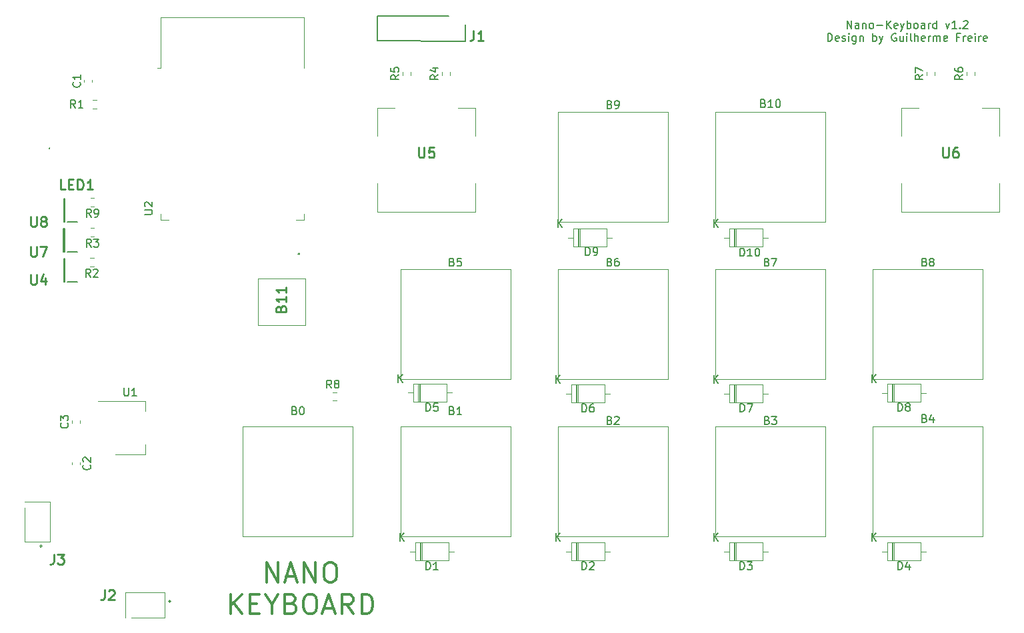
<source format=gbr>
%TF.GenerationSoftware,KiCad,Pcbnew,6.0.2+dfsg-1*%
%TF.CreationDate,2022-08-03T16:04:54-03:00*%
%TF.ProjectId,Nano-keyboard,4e616e6f-2d6b-4657-9962-6f6172642e6b,rev?*%
%TF.SameCoordinates,Original*%
%TF.FileFunction,Legend,Top*%
%TF.FilePolarity,Positive*%
%FSLAX46Y46*%
G04 Gerber Fmt 4.6, Leading zero omitted, Abs format (unit mm)*
G04 Created by KiCad (PCBNEW 6.0.2+dfsg-1) date 2022-08-03 16:04:54*
%MOMM*%
%LPD*%
G01*
G04 APERTURE LIST*
%ADD10C,0.200000*%
%ADD11C,0.300000*%
%ADD12C,0.150000*%
%ADD13C,0.254000*%
%ADD14C,0.120000*%
%ADD15C,0.100000*%
G04 APERTURE END LIST*
D10*
X105443142Y76105619D02*
X105443142Y77105619D01*
X106014571Y76105619D01*
X106014571Y77105619D01*
X106919333Y76105619D02*
X106919333Y76629428D01*
X106871714Y76724666D01*
X106776476Y76772285D01*
X106586000Y76772285D01*
X106490761Y76724666D01*
X106919333Y76153238D02*
X106824095Y76105619D01*
X106586000Y76105619D01*
X106490761Y76153238D01*
X106443142Y76248476D01*
X106443142Y76343714D01*
X106490761Y76438952D01*
X106586000Y76486571D01*
X106824095Y76486571D01*
X106919333Y76534190D01*
X107395523Y76772285D02*
X107395523Y76105619D01*
X107395523Y76677047D02*
X107443142Y76724666D01*
X107538380Y76772285D01*
X107681238Y76772285D01*
X107776476Y76724666D01*
X107824095Y76629428D01*
X107824095Y76105619D01*
X108443142Y76105619D02*
X108347904Y76153238D01*
X108300285Y76200857D01*
X108252666Y76296095D01*
X108252666Y76581809D01*
X108300285Y76677047D01*
X108347904Y76724666D01*
X108443142Y76772285D01*
X108585999Y76772285D01*
X108681238Y76724666D01*
X108728857Y76677047D01*
X108776476Y76581809D01*
X108776476Y76296095D01*
X108728857Y76200857D01*
X108681238Y76153238D01*
X108585999Y76105619D01*
X108443142Y76105619D01*
X109205047Y76486571D02*
X109966952Y76486571D01*
X110443142Y76105619D02*
X110443142Y77105619D01*
X111014571Y76105619D02*
X110585999Y76677047D01*
X111014571Y77105619D02*
X110443142Y76534190D01*
X111824095Y76153238D02*
X111728857Y76105619D01*
X111538380Y76105619D01*
X111443142Y76153238D01*
X111395523Y76248476D01*
X111395523Y76629428D01*
X111443142Y76724666D01*
X111538380Y76772285D01*
X111728857Y76772285D01*
X111824095Y76724666D01*
X111871714Y76629428D01*
X111871714Y76534190D01*
X111395523Y76438952D01*
X112205047Y76772285D02*
X112443142Y76105619D01*
X112681238Y76772285D02*
X112443142Y76105619D01*
X112347904Y75867523D01*
X112300285Y75819904D01*
X112205047Y75772285D01*
X113062190Y76105619D02*
X113062190Y77105619D01*
X113062190Y76724666D02*
X113157428Y76772285D01*
X113347904Y76772285D01*
X113443142Y76724666D01*
X113490761Y76677047D01*
X113538380Y76581809D01*
X113538380Y76296095D01*
X113490761Y76200857D01*
X113443142Y76153238D01*
X113347904Y76105619D01*
X113157428Y76105619D01*
X113062190Y76153238D01*
X114109809Y76105619D02*
X114014571Y76153238D01*
X113966952Y76200857D01*
X113919333Y76296095D01*
X113919333Y76581809D01*
X113966952Y76677047D01*
X114014571Y76724666D01*
X114109809Y76772285D01*
X114252666Y76772285D01*
X114347904Y76724666D01*
X114395523Y76677047D01*
X114443142Y76581809D01*
X114443142Y76296095D01*
X114395523Y76200857D01*
X114347904Y76153238D01*
X114252666Y76105619D01*
X114109809Y76105619D01*
X115300285Y76105619D02*
X115300285Y76629428D01*
X115252666Y76724666D01*
X115157428Y76772285D01*
X114966952Y76772285D01*
X114871714Y76724666D01*
X115300285Y76153238D02*
X115205047Y76105619D01*
X114966952Y76105619D01*
X114871714Y76153238D01*
X114824095Y76248476D01*
X114824095Y76343714D01*
X114871714Y76438952D01*
X114966952Y76486571D01*
X115205047Y76486571D01*
X115300285Y76534190D01*
X115776476Y76105619D02*
X115776476Y76772285D01*
X115776476Y76581809D02*
X115824095Y76677047D01*
X115871714Y76724666D01*
X115966952Y76772285D01*
X116062190Y76772285D01*
X116824095Y76105619D02*
X116824095Y77105619D01*
X116824095Y76153238D02*
X116728857Y76105619D01*
X116538380Y76105619D01*
X116443142Y76153238D01*
X116395523Y76200857D01*
X116347904Y76296095D01*
X116347904Y76581809D01*
X116395523Y76677047D01*
X116443142Y76724666D01*
X116538380Y76772285D01*
X116728857Y76772285D01*
X116824095Y76724666D01*
X117966952Y76772285D02*
X118205047Y76105619D01*
X118443142Y76772285D01*
X119347904Y76105619D02*
X118776476Y76105619D01*
X119062190Y76105619D02*
X119062190Y77105619D01*
X118966952Y76962761D01*
X118871714Y76867523D01*
X118776476Y76819904D01*
X119776476Y76200857D02*
X119824095Y76153238D01*
X119776476Y76105619D01*
X119728857Y76153238D01*
X119776476Y76200857D01*
X119776476Y76105619D01*
X120205047Y77010380D02*
X120252666Y77058000D01*
X120347904Y77105619D01*
X120585999Y77105619D01*
X120681238Y77058000D01*
X120728857Y77010380D01*
X120776476Y76915142D01*
X120776476Y76819904D01*
X120728857Y76677047D01*
X120157428Y76105619D01*
X120776476Y76105619D01*
X102990761Y74495619D02*
X102990761Y75495619D01*
X103228857Y75495619D01*
X103371714Y75448000D01*
X103466952Y75352761D01*
X103514571Y75257523D01*
X103562190Y75067047D01*
X103562190Y74924190D01*
X103514571Y74733714D01*
X103466952Y74638476D01*
X103371714Y74543238D01*
X103228857Y74495619D01*
X102990761Y74495619D01*
X104371714Y74543238D02*
X104276476Y74495619D01*
X104085999Y74495619D01*
X103990761Y74543238D01*
X103943142Y74638476D01*
X103943142Y75019428D01*
X103990761Y75114666D01*
X104085999Y75162285D01*
X104276476Y75162285D01*
X104371714Y75114666D01*
X104419333Y75019428D01*
X104419333Y74924190D01*
X103943142Y74828952D01*
X104800285Y74543238D02*
X104895523Y74495619D01*
X105085999Y74495619D01*
X105181238Y74543238D01*
X105228857Y74638476D01*
X105228857Y74686095D01*
X105181238Y74781333D01*
X105085999Y74828952D01*
X104943142Y74828952D01*
X104847904Y74876571D01*
X104800285Y74971809D01*
X104800285Y75019428D01*
X104847904Y75114666D01*
X104943142Y75162285D01*
X105085999Y75162285D01*
X105181238Y75114666D01*
X105657428Y74495619D02*
X105657428Y75162285D01*
X105657428Y75495619D02*
X105609809Y75448000D01*
X105657428Y75400380D01*
X105705047Y75448000D01*
X105657428Y75495619D01*
X105657428Y75400380D01*
X106562190Y75162285D02*
X106562190Y74352761D01*
X106514571Y74257523D01*
X106466952Y74209904D01*
X106371714Y74162285D01*
X106228857Y74162285D01*
X106133619Y74209904D01*
X106562190Y74543238D02*
X106466952Y74495619D01*
X106276476Y74495619D01*
X106181238Y74543238D01*
X106133619Y74590857D01*
X106085999Y74686095D01*
X106085999Y74971809D01*
X106133619Y75067047D01*
X106181238Y75114666D01*
X106276476Y75162285D01*
X106466952Y75162285D01*
X106562190Y75114666D01*
X107038380Y75162285D02*
X107038380Y74495619D01*
X107038380Y75067047D02*
X107085999Y75114666D01*
X107181238Y75162285D01*
X107324095Y75162285D01*
X107419333Y75114666D01*
X107466952Y75019428D01*
X107466952Y74495619D01*
X108705047Y74495619D02*
X108705047Y75495619D01*
X108705047Y75114666D02*
X108800285Y75162285D01*
X108990761Y75162285D01*
X109085999Y75114666D01*
X109133619Y75067047D01*
X109181238Y74971809D01*
X109181238Y74686095D01*
X109133619Y74590857D01*
X109085999Y74543238D01*
X108990761Y74495619D01*
X108800285Y74495619D01*
X108705047Y74543238D01*
X109514571Y75162285D02*
X109752666Y74495619D01*
X109990761Y75162285D02*
X109752666Y74495619D01*
X109657428Y74257523D01*
X109609809Y74209904D01*
X109514571Y74162285D01*
X111657428Y75448000D02*
X111562190Y75495619D01*
X111419333Y75495619D01*
X111276476Y75448000D01*
X111181238Y75352761D01*
X111133619Y75257523D01*
X111085999Y75067047D01*
X111085999Y74924190D01*
X111133619Y74733714D01*
X111181238Y74638476D01*
X111276476Y74543238D01*
X111419333Y74495619D01*
X111514571Y74495619D01*
X111657428Y74543238D01*
X111705047Y74590857D01*
X111705047Y74924190D01*
X111514571Y74924190D01*
X112562190Y75162285D02*
X112562190Y74495619D01*
X112133619Y75162285D02*
X112133619Y74638476D01*
X112181238Y74543238D01*
X112276476Y74495619D01*
X112419333Y74495619D01*
X112514571Y74543238D01*
X112562190Y74590857D01*
X113038380Y74495619D02*
X113038380Y75162285D01*
X113038380Y75495619D02*
X112990761Y75448000D01*
X113038380Y75400380D01*
X113085999Y75448000D01*
X113038380Y75495619D01*
X113038380Y75400380D01*
X113657428Y74495619D02*
X113562190Y74543238D01*
X113514571Y74638476D01*
X113514571Y75495619D01*
X114038380Y74495619D02*
X114038380Y75495619D01*
X114466952Y74495619D02*
X114466952Y75019428D01*
X114419333Y75114666D01*
X114324095Y75162285D01*
X114181238Y75162285D01*
X114085999Y75114666D01*
X114038380Y75067047D01*
X115324095Y74543238D02*
X115228857Y74495619D01*
X115038380Y74495619D01*
X114943142Y74543238D01*
X114895523Y74638476D01*
X114895523Y75019428D01*
X114943142Y75114666D01*
X115038380Y75162285D01*
X115228857Y75162285D01*
X115324095Y75114666D01*
X115371714Y75019428D01*
X115371714Y74924190D01*
X114895523Y74828952D01*
X115800285Y74495619D02*
X115800285Y75162285D01*
X115800285Y74971809D02*
X115847904Y75067047D01*
X115895523Y75114666D01*
X115990761Y75162285D01*
X116085999Y75162285D01*
X116419333Y74495619D02*
X116419333Y75162285D01*
X116419333Y75067047D02*
X116466952Y75114666D01*
X116562190Y75162285D01*
X116705047Y75162285D01*
X116800285Y75114666D01*
X116847904Y75019428D01*
X116847904Y74495619D01*
X116847904Y75019428D02*
X116895523Y75114666D01*
X116990761Y75162285D01*
X117133619Y75162285D01*
X117228857Y75114666D01*
X117276476Y75019428D01*
X117276476Y74495619D01*
X118133619Y74543238D02*
X118038380Y74495619D01*
X117847904Y74495619D01*
X117752666Y74543238D01*
X117705047Y74638476D01*
X117705047Y75019428D01*
X117752666Y75114666D01*
X117847904Y75162285D01*
X118038380Y75162285D01*
X118133619Y75114666D01*
X118181238Y75019428D01*
X118181238Y74924190D01*
X117705047Y74828952D01*
X119705047Y75019428D02*
X119371714Y75019428D01*
X119371714Y74495619D02*
X119371714Y75495619D01*
X119847904Y75495619D01*
X120228857Y74495619D02*
X120228857Y75162285D01*
X120228857Y74971809D02*
X120276476Y75067047D01*
X120324095Y75114666D01*
X120419333Y75162285D01*
X120514571Y75162285D01*
X121228857Y74543238D02*
X121133619Y74495619D01*
X120943142Y74495619D01*
X120847904Y74543238D01*
X120800285Y74638476D01*
X120800285Y75019428D01*
X120847904Y75114666D01*
X120943142Y75162285D01*
X121133619Y75162285D01*
X121228857Y75114666D01*
X121276476Y75019428D01*
X121276476Y74924190D01*
X120800285Y74828952D01*
X121705047Y74495619D02*
X121705047Y75162285D01*
X121705047Y75495619D02*
X121657428Y75448000D01*
X121705047Y75400380D01*
X121752666Y75448000D01*
X121705047Y75495619D01*
X121705047Y75400380D01*
X122181238Y74495619D02*
X122181238Y75162285D01*
X122181238Y74971809D02*
X122228857Y75067047D01*
X122276476Y75114666D01*
X122371714Y75162285D01*
X122466952Y75162285D01*
X123181238Y74543238D02*
X123086000Y74495619D01*
X122895523Y74495619D01*
X122800285Y74543238D01*
X122752666Y74638476D01*
X122752666Y75019428D01*
X122800285Y75114666D01*
X122895523Y75162285D01*
X123086000Y75162285D01*
X123181238Y75114666D01*
X123228857Y75019428D01*
X123228857Y74924190D01*
X122752666Y74828952D01*
D11*
X31708238Y5749547D02*
X31708238Y8249547D01*
X33136809Y5749547D01*
X33136809Y8249547D01*
X34208238Y6463833D02*
X35398714Y6463833D01*
X33970142Y5749547D02*
X34803476Y8249547D01*
X35636809Y5749547D01*
X36470142Y5749547D02*
X36470142Y8249547D01*
X37898714Y5749547D01*
X37898714Y8249547D01*
X39565380Y8249547D02*
X40041571Y8249547D01*
X40279666Y8130500D01*
X40517761Y7892404D01*
X40636809Y7416214D01*
X40636809Y6582880D01*
X40517761Y6106690D01*
X40279666Y5868595D01*
X40041571Y5749547D01*
X39565380Y5749547D01*
X39327285Y5868595D01*
X39089190Y6106690D01*
X38970142Y6582880D01*
X38970142Y7416214D01*
X39089190Y7892404D01*
X39327285Y8130500D01*
X39565380Y8249547D01*
X27124904Y1724547D02*
X27124904Y4224547D01*
X28553476Y1724547D02*
X27482047Y3153119D01*
X28553476Y4224547D02*
X27124904Y2795976D01*
X29624904Y3034071D02*
X30458238Y3034071D01*
X30815380Y1724547D02*
X29624904Y1724547D01*
X29624904Y4224547D01*
X30815380Y4224547D01*
X32363000Y2915023D02*
X32363000Y1724547D01*
X31529666Y4224547D02*
X32363000Y2915023D01*
X33196333Y4224547D01*
X34863000Y3034071D02*
X35220142Y2915023D01*
X35339190Y2795976D01*
X35458238Y2557880D01*
X35458238Y2200738D01*
X35339190Y1962642D01*
X35220142Y1843595D01*
X34982047Y1724547D01*
X34029666Y1724547D01*
X34029666Y4224547D01*
X34863000Y4224547D01*
X35101095Y4105500D01*
X35220142Y3986452D01*
X35339190Y3748357D01*
X35339190Y3510261D01*
X35220142Y3272166D01*
X35101095Y3153119D01*
X34863000Y3034071D01*
X34029666Y3034071D01*
X37005857Y4224547D02*
X37482047Y4224547D01*
X37720142Y4105500D01*
X37958238Y3867404D01*
X38077285Y3391214D01*
X38077285Y2557880D01*
X37958238Y2081690D01*
X37720142Y1843595D01*
X37482047Y1724547D01*
X37005857Y1724547D01*
X36767761Y1843595D01*
X36529666Y2081690D01*
X36410619Y2557880D01*
X36410619Y3391214D01*
X36529666Y3867404D01*
X36767761Y4105500D01*
X37005857Y4224547D01*
X39029666Y2438833D02*
X40220142Y2438833D01*
X38791571Y1724547D02*
X39624904Y4224547D01*
X40458238Y1724547D01*
X42720142Y1724547D02*
X41886809Y2915023D01*
X41291571Y1724547D02*
X41291571Y4224547D01*
X42243952Y4224547D01*
X42482047Y4105500D01*
X42601095Y3986452D01*
X42720142Y3748357D01*
X42720142Y3391214D01*
X42601095Y3153119D01*
X42482047Y3034071D01*
X42243952Y2915023D01*
X41291571Y2915023D01*
X43791571Y1724547D02*
X43791571Y4224547D01*
X44386809Y4224547D01*
X44743952Y4105500D01*
X44982047Y3867404D01*
X45101095Y3629309D01*
X45220142Y3153119D01*
X45220142Y2795976D01*
X45101095Y2319785D01*
X44982047Y2081690D01*
X44743952Y1843595D01*
X44386809Y1724547D01*
X43791571Y1724547D01*
D12*
%TO.C,R8*%
X39946333Y30415619D02*
X39613000Y30891809D01*
X39374904Y30415619D02*
X39374904Y31415619D01*
X39755857Y31415619D01*
X39851095Y31368000D01*
X39898714Y31320380D01*
X39946333Y31225142D01*
X39946333Y31082285D01*
X39898714Y30987047D01*
X39851095Y30939428D01*
X39755857Y30891809D01*
X39374904Y30891809D01*
X40517761Y30987047D02*
X40422523Y31034666D01*
X40374904Y31082285D01*
X40327285Y31177523D01*
X40327285Y31225142D01*
X40374904Y31320380D01*
X40422523Y31368000D01*
X40517761Y31415619D01*
X40708238Y31415619D01*
X40803476Y31368000D01*
X40851095Y31320380D01*
X40898714Y31225142D01*
X40898714Y31177523D01*
X40851095Y31082285D01*
X40803476Y31034666D01*
X40708238Y30987047D01*
X40517761Y30987047D01*
X40422523Y30939428D01*
X40374904Y30891809D01*
X40327285Y30796571D01*
X40327285Y30606095D01*
X40374904Y30510857D01*
X40422523Y30463238D01*
X40517761Y30415619D01*
X40708238Y30415619D01*
X40803476Y30463238D01*
X40851095Y30510857D01*
X40898714Y30606095D01*
X40898714Y30796571D01*
X40851095Y30891809D01*
X40803476Y30939428D01*
X40708238Y30987047D01*
%TO.C,D8*%
X111910904Y27487619D02*
X111910904Y28487619D01*
X112149000Y28487619D01*
X112291857Y28440000D01*
X112387095Y28344761D01*
X112434714Y28249523D01*
X112482333Y28059047D01*
X112482333Y27916190D01*
X112434714Y27725714D01*
X112387095Y27630476D01*
X112291857Y27535238D01*
X112149000Y27487619D01*
X111910904Y27487619D01*
X113053761Y28059047D02*
X112958523Y28106666D01*
X112910904Y28154285D01*
X112863285Y28249523D01*
X112863285Y28297142D01*
X112910904Y28392380D01*
X112958523Y28440000D01*
X113053761Y28487619D01*
X113244238Y28487619D01*
X113339476Y28440000D01*
X113387095Y28392380D01*
X113434714Y28297142D01*
X113434714Y28249523D01*
X113387095Y28154285D01*
X113339476Y28106666D01*
X113244238Y28059047D01*
X113053761Y28059047D01*
X112958523Y28011428D01*
X112910904Y27963809D01*
X112863285Y27868571D01*
X112863285Y27678095D01*
X112910904Y27582857D01*
X112958523Y27535238D01*
X113053761Y27487619D01*
X113244238Y27487619D01*
X113339476Y27535238D01*
X113387095Y27582857D01*
X113434714Y27678095D01*
X113434714Y27868571D01*
X113387095Y27963809D01*
X113339476Y28011428D01*
X113244238Y28059047D01*
X108577095Y31145990D02*
X108577095Y32145990D01*
X109148523Y31145990D02*
X108719952Y31717418D01*
X109148523Y32145990D02*
X108577095Y31574561D01*
%TO.C,R3*%
X9414333Y48343619D02*
X9081000Y48819809D01*
X8842904Y48343619D02*
X8842904Y49343619D01*
X9223857Y49343619D01*
X9319095Y49296000D01*
X9366714Y49248380D01*
X9414333Y49153142D01*
X9414333Y49010285D01*
X9366714Y48915047D01*
X9319095Y48867428D01*
X9223857Y48819809D01*
X8842904Y48819809D01*
X9747666Y49343619D02*
X10366714Y49343619D01*
X10033380Y48962666D01*
X10176238Y48962666D01*
X10271476Y48915047D01*
X10319095Y48867428D01*
X10366714Y48772190D01*
X10366714Y48534095D01*
X10319095Y48438857D01*
X10271476Y48391238D01*
X10176238Y48343619D01*
X9890523Y48343619D01*
X9795285Y48391238D01*
X9747666Y48438857D01*
%TO.C,C1*%
X8000142Y69279333D02*
X8047761Y69231714D01*
X8095380Y69088857D01*
X8095380Y68993619D01*
X8047761Y68850761D01*
X7952523Y68755523D01*
X7857285Y68707904D01*
X7666809Y68660285D01*
X7523952Y68660285D01*
X7333476Y68707904D01*
X7238238Y68755523D01*
X7143000Y68850761D01*
X7095380Y68993619D01*
X7095380Y69088857D01*
X7143000Y69231714D01*
X7190619Y69279333D01*
X8095380Y70231714D02*
X8095380Y69660285D01*
X8095380Y69946000D02*
X7095380Y69946000D01*
X7238238Y69850761D01*
X7333476Y69755523D01*
X7381095Y69660285D01*
%TO.C,B3*%
X95282238Y26323428D02*
X95425095Y26275809D01*
X95472714Y26228190D01*
X95520333Y26132952D01*
X95520333Y25990095D01*
X95472714Y25894857D01*
X95425095Y25847238D01*
X95329857Y25799619D01*
X94948904Y25799619D01*
X94948904Y26799619D01*
X95282238Y26799619D01*
X95377476Y26752000D01*
X95425095Y26704380D01*
X95472714Y26609142D01*
X95472714Y26513904D01*
X95425095Y26418666D01*
X95377476Y26371047D01*
X95282238Y26323428D01*
X94948904Y26323428D01*
X95853666Y26799619D02*
X96472714Y26799619D01*
X96139380Y26418666D01*
X96282238Y26418666D01*
X96377476Y26371047D01*
X96425095Y26323428D01*
X96472714Y26228190D01*
X96472714Y25990095D01*
X96425095Y25894857D01*
X96377476Y25847238D01*
X96282238Y25799619D01*
X95996523Y25799619D01*
X95901285Y25847238D01*
X95853666Y25894857D01*
%TO.C,R5*%
X48505380Y70201333D02*
X48029190Y69868000D01*
X48505380Y69629904D02*
X47505380Y69629904D01*
X47505380Y70010857D01*
X47553000Y70106095D01*
X47600619Y70153714D01*
X47695857Y70201333D01*
X47838714Y70201333D01*
X47933952Y70153714D01*
X47981571Y70106095D01*
X48029190Y70010857D01*
X48029190Y69629904D01*
X47505380Y71106095D02*
X47505380Y70629904D01*
X47981571Y70582285D01*
X47933952Y70629904D01*
X47886333Y70725142D01*
X47886333Y70963238D01*
X47933952Y71058476D01*
X47981571Y71106095D01*
X48076809Y71153714D01*
X48314904Y71153714D01*
X48410142Y71106095D01*
X48457761Y71058476D01*
X48505380Y70963238D01*
X48505380Y70725142D01*
X48457761Y70629904D01*
X48410142Y70582285D01*
D13*
%TO.C,U7*%
X1755380Y48381476D02*
X1755380Y47353380D01*
X1815857Y47232428D01*
X1876333Y47171952D01*
X1997285Y47111476D01*
X2239190Y47111476D01*
X2360142Y47171952D01*
X2420619Y47232428D01*
X2481095Y47353380D01*
X2481095Y48381476D01*
X2964904Y48381476D02*
X3811571Y48381476D01*
X3267285Y47111476D01*
D12*
%TO.C,R4*%
X53505380Y70201333D02*
X53029190Y69868000D01*
X53505380Y69629904D02*
X52505380Y69629904D01*
X52505380Y70010857D01*
X52553000Y70106095D01*
X52600619Y70153714D01*
X52695857Y70201333D01*
X52838714Y70201333D01*
X52933952Y70153714D01*
X52981571Y70106095D01*
X53029190Y70010857D01*
X53029190Y69629904D01*
X52838714Y71058476D02*
X53505380Y71058476D01*
X52457761Y70820380D02*
X53172047Y70582285D01*
X53172047Y71201333D01*
%TO.C,R9*%
X9414333Y52153619D02*
X9081000Y52629809D01*
X8842904Y52153619D02*
X8842904Y53153619D01*
X9223857Y53153619D01*
X9319095Y53106000D01*
X9366714Y53058380D01*
X9414333Y52963142D01*
X9414333Y52820285D01*
X9366714Y52725047D01*
X9319095Y52677428D01*
X9223857Y52629809D01*
X8842904Y52629809D01*
X9890523Y52153619D02*
X10081000Y52153619D01*
X10176238Y52201238D01*
X10223857Y52248857D01*
X10319095Y52391714D01*
X10366714Y52582190D01*
X10366714Y52963142D01*
X10319095Y53058380D01*
X10271476Y53106000D01*
X10176238Y53153619D01*
X9985761Y53153619D01*
X9890523Y53106000D01*
X9842904Y53058380D01*
X9795285Y52963142D01*
X9795285Y52725047D01*
X9842904Y52629809D01*
X9890523Y52582190D01*
X9985761Y52534571D01*
X10176238Y52534571D01*
X10271476Y52582190D01*
X10319095Y52629809D01*
X10366714Y52725047D01*
%TO.C,R1*%
X7445333Y66029619D02*
X7112000Y66505809D01*
X6873904Y66029619D02*
X6873904Y67029619D01*
X7254857Y67029619D01*
X7350095Y66982000D01*
X7397714Y66934380D01*
X7445333Y66839142D01*
X7445333Y66696285D01*
X7397714Y66601047D01*
X7350095Y66553428D01*
X7254857Y66505809D01*
X6873904Y66505809D01*
X8397714Y66029619D02*
X7826285Y66029619D01*
X8112000Y66029619D02*
X8112000Y67029619D01*
X8016761Y66886761D01*
X7921523Y66791523D01*
X7826285Y66743904D01*
%TO.C,B2*%
X75282238Y26323428D02*
X75425095Y26275809D01*
X75472714Y26228190D01*
X75520333Y26132952D01*
X75520333Y25990095D01*
X75472714Y25894857D01*
X75425095Y25847238D01*
X75329857Y25799619D01*
X74948904Y25799619D01*
X74948904Y26799619D01*
X75282238Y26799619D01*
X75377476Y26752000D01*
X75425095Y26704380D01*
X75472714Y26609142D01*
X75472714Y26513904D01*
X75425095Y26418666D01*
X75377476Y26371047D01*
X75282238Y26323428D01*
X74948904Y26323428D01*
X75901285Y26704380D02*
X75948904Y26752000D01*
X76044142Y26799619D01*
X76282238Y26799619D01*
X76377476Y26752000D01*
X76425095Y26704380D01*
X76472714Y26609142D01*
X76472714Y26513904D01*
X76425095Y26371047D01*
X75853666Y25799619D01*
X76472714Y25799619D01*
%TO.C,D7*%
X91871885Y27407248D02*
X91871885Y28407248D01*
X92109981Y28407248D01*
X92252838Y28359629D01*
X92348076Y28264390D01*
X92395695Y28169152D01*
X92443314Y27978676D01*
X92443314Y27835819D01*
X92395695Y27645343D01*
X92348076Y27550105D01*
X92252838Y27454867D01*
X92109981Y27407248D01*
X91871885Y27407248D01*
X92776647Y28407248D02*
X93443314Y28407248D01*
X93014742Y27407248D01*
X88511095Y31065619D02*
X88511095Y32065619D01*
X89082523Y31065619D02*
X88653952Y31637047D01*
X89082523Y32065619D02*
X88511095Y31494190D01*
%TO.C,B9*%
X75282238Y66457428D02*
X75425095Y66409809D01*
X75472714Y66362190D01*
X75520333Y66266952D01*
X75520333Y66124095D01*
X75472714Y66028857D01*
X75425095Y65981238D01*
X75329857Y65933619D01*
X74948904Y65933619D01*
X74948904Y66933619D01*
X75282238Y66933619D01*
X75377476Y66886000D01*
X75425095Y66838380D01*
X75472714Y66743142D01*
X75472714Y66647904D01*
X75425095Y66552666D01*
X75377476Y66505047D01*
X75282238Y66457428D01*
X74948904Y66457428D01*
X75996523Y65933619D02*
X76187000Y65933619D01*
X76282238Y65981238D01*
X76329857Y66028857D01*
X76425095Y66171714D01*
X76472714Y66362190D01*
X76472714Y66743142D01*
X76425095Y66838380D01*
X76377476Y66886000D01*
X76282238Y66933619D01*
X76091761Y66933619D01*
X75996523Y66886000D01*
X75948904Y66838380D01*
X75901285Y66743142D01*
X75901285Y66505047D01*
X75948904Y66409809D01*
X75996523Y66362190D01*
X76091761Y66314571D01*
X76282238Y66314571D01*
X76377476Y66362190D01*
X76425095Y66409809D01*
X76472714Y66505047D01*
%TO.C,R6*%
X120135380Y70201333D02*
X119659190Y69868000D01*
X120135380Y69629904D02*
X119135380Y69629904D01*
X119135380Y70010857D01*
X119183000Y70106095D01*
X119230619Y70153714D01*
X119325857Y70201333D01*
X119468714Y70201333D01*
X119563952Y70153714D01*
X119611571Y70106095D01*
X119659190Y70010857D01*
X119659190Y69629904D01*
X119135380Y71058476D02*
X119135380Y70868000D01*
X119183000Y70772761D01*
X119230619Y70725142D01*
X119373476Y70629904D01*
X119563952Y70582285D01*
X119944904Y70582285D01*
X120040142Y70629904D01*
X120087761Y70677523D01*
X120135380Y70772761D01*
X120135380Y70963238D01*
X120087761Y71058476D01*
X120040142Y71106095D01*
X119944904Y71153714D01*
X119706809Y71153714D01*
X119611571Y71106095D01*
X119563952Y71058476D01*
X119516333Y70963238D01*
X119516333Y70772761D01*
X119563952Y70677523D01*
X119611571Y70629904D01*
X119706809Y70582285D01*
D13*
%TO.C,LED1*%
X6137809Y55647476D02*
X5533047Y55647476D01*
X5533047Y56917476D01*
X6561142Y56312714D02*
X6984476Y56312714D01*
X7165904Y55647476D02*
X6561142Y55647476D01*
X6561142Y56917476D01*
X7165904Y56917476D01*
X7710190Y55647476D02*
X7710190Y56917476D01*
X8012571Y56917476D01*
X8194000Y56857000D01*
X8314952Y56736047D01*
X8375428Y56615095D01*
X8435904Y56373190D01*
X8435904Y56191761D01*
X8375428Y55949857D01*
X8314952Y55828904D01*
X8194000Y55707952D01*
X8012571Y55647476D01*
X7710190Y55647476D01*
X9645428Y55647476D02*
X8919714Y55647476D01*
X9282571Y55647476D02*
X9282571Y56917476D01*
X9161619Y56736047D01*
X9040666Y56615095D01*
X8919714Y56554619D01*
D12*
%TO.C,C2*%
X9292142Y20666333D02*
X9339761Y20618714D01*
X9387380Y20475857D01*
X9387380Y20380619D01*
X9339761Y20237761D01*
X9244523Y20142523D01*
X9149285Y20094904D01*
X8958809Y20047285D01*
X8815952Y20047285D01*
X8625476Y20094904D01*
X8530238Y20142523D01*
X8435000Y20237761D01*
X8387380Y20380619D01*
X8387380Y20475857D01*
X8435000Y20618714D01*
X8482619Y20666333D01*
X8482619Y21047285D02*
X8435000Y21094904D01*
X8387380Y21190142D01*
X8387380Y21428238D01*
X8435000Y21523476D01*
X8482619Y21571095D01*
X8577857Y21618714D01*
X8673095Y21618714D01*
X8815952Y21571095D01*
X9387380Y20999666D01*
X9387380Y21618714D01*
%TO.C,B8*%
X115282238Y46433428D02*
X115425095Y46385809D01*
X115472714Y46338190D01*
X115520333Y46242952D01*
X115520333Y46100095D01*
X115472714Y46004857D01*
X115425095Y45957238D01*
X115329857Y45909619D01*
X114948904Y45909619D01*
X114948904Y46909619D01*
X115282238Y46909619D01*
X115377476Y46862000D01*
X115425095Y46814380D01*
X115472714Y46719142D01*
X115472714Y46623904D01*
X115425095Y46528666D01*
X115377476Y46481047D01*
X115282238Y46433428D01*
X114948904Y46433428D01*
X116091761Y46481047D02*
X115996523Y46528666D01*
X115948904Y46576285D01*
X115901285Y46671523D01*
X115901285Y46719142D01*
X115948904Y46814380D01*
X115996523Y46862000D01*
X116091761Y46909619D01*
X116282238Y46909619D01*
X116377476Y46862000D01*
X116425095Y46814380D01*
X116472714Y46719142D01*
X116472714Y46671523D01*
X116425095Y46576285D01*
X116377476Y46528666D01*
X116282238Y46481047D01*
X116091761Y46481047D01*
X115996523Y46433428D01*
X115948904Y46385809D01*
X115901285Y46290571D01*
X115901285Y46100095D01*
X115948904Y46004857D01*
X115996523Y45957238D01*
X116091761Y45909619D01*
X116282238Y45909619D01*
X116377476Y45957238D01*
X116425095Y46004857D01*
X116472714Y46100095D01*
X116472714Y46290571D01*
X116425095Y46385809D01*
X116377476Y46433428D01*
X116282238Y46481047D01*
D13*
%TO.C,U8*%
X1755380Y52191476D02*
X1755380Y51163380D01*
X1815857Y51042428D01*
X1876333Y50981952D01*
X1997285Y50921476D01*
X2239190Y50921476D01*
X2360142Y50981952D01*
X2420619Y51042428D01*
X2481095Y51163380D01*
X2481095Y52191476D01*
X3267285Y51647190D02*
X3146333Y51707666D01*
X3085857Y51768142D01*
X3025380Y51889095D01*
X3025380Y51949571D01*
X3085857Y52070523D01*
X3146333Y52131000D01*
X3267285Y52191476D01*
X3509190Y52191476D01*
X3630142Y52131000D01*
X3690619Y52070523D01*
X3751095Y51949571D01*
X3751095Y51889095D01*
X3690619Y51768142D01*
X3630142Y51707666D01*
X3509190Y51647190D01*
X3267285Y51647190D01*
X3146333Y51586714D01*
X3085857Y51526238D01*
X3025380Y51405285D01*
X3025380Y51163380D01*
X3085857Y51042428D01*
X3146333Y50981952D01*
X3267285Y50921476D01*
X3509190Y50921476D01*
X3630142Y50981952D01*
X3690619Y51042428D01*
X3751095Y51163380D01*
X3751095Y51405285D01*
X3690619Y51526238D01*
X3630142Y51586714D01*
X3509190Y51647190D01*
%TO.C,J1*%
X58010666Y75813476D02*
X58010666Y74906333D01*
X57950190Y74724904D01*
X57829238Y74603952D01*
X57647809Y74543476D01*
X57526857Y74543476D01*
X59280666Y74543476D02*
X58554952Y74543476D01*
X58917809Y74543476D02*
X58917809Y75813476D01*
X58796857Y75632047D01*
X58675904Y75511095D01*
X58554952Y75450619D01*
D12*
%TO.C,D1*%
X51966904Y7334619D02*
X51966904Y8334619D01*
X52205000Y8334619D01*
X52347857Y8287000D01*
X52443095Y8191761D01*
X52490714Y8096523D01*
X52538333Y7906047D01*
X52538333Y7763190D01*
X52490714Y7572714D01*
X52443095Y7477476D01*
X52347857Y7382238D01*
X52205000Y7334619D01*
X51966904Y7334619D01*
X53490714Y7334619D02*
X52919285Y7334619D01*
X53205000Y7334619D02*
X53205000Y8334619D01*
X53109761Y8191761D01*
X53014523Y8096523D01*
X52919285Y8048904D01*
X48633095Y10999619D02*
X48633095Y11999619D01*
X49204523Y10999619D02*
X48775952Y11571047D01*
X49204523Y11999619D02*
X48633095Y11428190D01*
%TO.C,C3*%
X6432142Y25972333D02*
X6479761Y25924714D01*
X6527380Y25781857D01*
X6527380Y25686619D01*
X6479761Y25543761D01*
X6384523Y25448523D01*
X6289285Y25400904D01*
X6098809Y25353285D01*
X5955952Y25353285D01*
X5765476Y25400904D01*
X5670238Y25448523D01*
X5575000Y25543761D01*
X5527380Y25686619D01*
X5527380Y25781857D01*
X5575000Y25924714D01*
X5622619Y25972333D01*
X5527380Y26305666D02*
X5527380Y26924714D01*
X5908333Y26591380D01*
X5908333Y26734238D01*
X5955952Y26829476D01*
X6003571Y26877095D01*
X6098809Y26924714D01*
X6336904Y26924714D01*
X6432142Y26877095D01*
X6479761Y26829476D01*
X6527380Y26734238D01*
X6527380Y26448523D01*
X6479761Y26353285D01*
X6432142Y26305666D01*
%TO.C,B7*%
X95271905Y46433428D02*
X95414762Y46385809D01*
X95462381Y46338190D01*
X95510000Y46242952D01*
X95510000Y46100095D01*
X95462381Y46004857D01*
X95414762Y45957238D01*
X95319524Y45909619D01*
X94938571Y45909619D01*
X94938571Y46909619D01*
X95271905Y46909619D01*
X95367143Y46862000D01*
X95414762Y46814380D01*
X95462381Y46719142D01*
X95462381Y46623904D01*
X95414762Y46528666D01*
X95367143Y46481047D01*
X95271905Y46433428D01*
X94938571Y46433428D01*
X95843333Y46909619D02*
X96510000Y46909619D01*
X96081428Y45909619D01*
%TO.C,R2*%
X9351333Y44533619D02*
X9018000Y45009809D01*
X8779904Y44533619D02*
X8779904Y45533619D01*
X9160857Y45533619D01*
X9256095Y45486000D01*
X9303714Y45438380D01*
X9351333Y45343142D01*
X9351333Y45200285D01*
X9303714Y45105047D01*
X9256095Y45057428D01*
X9160857Y45009809D01*
X8779904Y45009809D01*
X9732285Y45438380D02*
X9779904Y45486000D01*
X9875142Y45533619D01*
X10113238Y45533619D01*
X10208476Y45486000D01*
X10256095Y45438380D01*
X10303714Y45343142D01*
X10303714Y45247904D01*
X10256095Y45105047D01*
X9684666Y44533619D01*
X10303714Y44533619D01*
%TO.C,B4*%
X115282238Y26573428D02*
X115425095Y26525809D01*
X115472714Y26478190D01*
X115520333Y26382952D01*
X115520333Y26240095D01*
X115472714Y26144857D01*
X115425095Y26097238D01*
X115329857Y26049619D01*
X114948904Y26049619D01*
X114948904Y27049619D01*
X115282238Y27049619D01*
X115377476Y27002000D01*
X115425095Y26954380D01*
X115472714Y26859142D01*
X115472714Y26763904D01*
X115425095Y26668666D01*
X115377476Y26621047D01*
X115282238Y26573428D01*
X114948904Y26573428D01*
X116377476Y26716285D02*
X116377476Y26049619D01*
X116139380Y27097238D02*
X115901285Y26382952D01*
X116520333Y26382952D01*
D13*
%TO.C,U5*%
X51015380Y60975476D02*
X51015380Y59947380D01*
X51075857Y59826428D01*
X51136333Y59765952D01*
X51257285Y59705476D01*
X51499190Y59705476D01*
X51620142Y59765952D01*
X51680619Y59826428D01*
X51741095Y59947380D01*
X51741095Y60975476D01*
X52950619Y60975476D02*
X52345857Y60975476D01*
X52285380Y60370714D01*
X52345857Y60431190D01*
X52466809Y60491666D01*
X52769190Y60491666D01*
X52890142Y60431190D01*
X52950619Y60370714D01*
X53011095Y60249761D01*
X53011095Y59947380D01*
X52950619Y59826428D01*
X52890142Y59765952D01*
X52769190Y59705476D01*
X52466809Y59705476D01*
X52345857Y59765952D01*
X52285380Y59826428D01*
%TO.C,U4*%
X1755380Y44825476D02*
X1755380Y43797380D01*
X1815857Y43676428D01*
X1876333Y43615952D01*
X1997285Y43555476D01*
X2239190Y43555476D01*
X2360142Y43615952D01*
X2420619Y43676428D01*
X2481095Y43797380D01*
X2481095Y44825476D01*
X3630142Y44402142D02*
X3630142Y43555476D01*
X3327761Y44885952D02*
X3025380Y43978809D01*
X3811571Y43978809D01*
D12*
%TO.C,D10*%
X91838010Y47182619D02*
X91838010Y48182619D01*
X92076105Y48182619D01*
X92218962Y48135000D01*
X92314200Y48039761D01*
X92361819Y47944523D01*
X92409438Y47754047D01*
X92409438Y47611190D01*
X92361819Y47420714D01*
X92314200Y47325476D01*
X92218962Y47230238D01*
X92076105Y47182619D01*
X91838010Y47182619D01*
X93361819Y47182619D02*
X92790391Y47182619D01*
X93076105Y47182619D02*
X93076105Y48182619D01*
X92980867Y48039761D01*
X92885629Y47944523D01*
X92790391Y47896904D01*
X93980867Y48182619D02*
X94076105Y48182619D01*
X94171343Y48135000D01*
X94218962Y48087380D01*
X94266581Y47992142D01*
X94314200Y47801666D01*
X94314200Y47563571D01*
X94266581Y47373095D01*
X94218962Y47277857D01*
X94171343Y47230238D01*
X94076105Y47182619D01*
X93980867Y47182619D01*
X93885629Y47230238D01*
X93838010Y47277857D01*
X93790391Y47373095D01*
X93742772Y47563571D01*
X93742772Y47801666D01*
X93790391Y47992142D01*
X93838010Y48087380D01*
X93885629Y48135000D01*
X93980867Y48182619D01*
X88511095Y50877619D02*
X88511095Y51877619D01*
X89082523Y50877619D02*
X88653952Y51449047D01*
X89082523Y51877619D02*
X88511095Y51306190D01*
%TO.C,D4*%
X111910904Y7334619D02*
X111910904Y8334619D01*
X112149000Y8334619D01*
X112291857Y8287000D01*
X112387095Y8191761D01*
X112434714Y8096523D01*
X112482333Y7906047D01*
X112482333Y7763190D01*
X112434714Y7572714D01*
X112387095Y7477476D01*
X112291857Y7382238D01*
X112149000Y7334619D01*
X111910904Y7334619D01*
X113339476Y8001285D02*
X113339476Y7334619D01*
X113101380Y8382238D02*
X112863285Y7667952D01*
X113482333Y7667952D01*
X108577095Y10999619D02*
X108577095Y11999619D01*
X109148523Y10999619D02*
X108719952Y11571047D01*
X109148523Y11999619D02*
X108577095Y11428190D01*
%TO.C,D3*%
X91844904Y7334619D02*
X91844904Y8334619D01*
X92083000Y8334619D01*
X92225857Y8287000D01*
X92321095Y8191761D01*
X92368714Y8096523D01*
X92416333Y7906047D01*
X92416333Y7763190D01*
X92368714Y7572714D01*
X92321095Y7477476D01*
X92225857Y7382238D01*
X92083000Y7334619D01*
X91844904Y7334619D01*
X92749666Y8334619D02*
X93368714Y8334619D01*
X93035380Y7953666D01*
X93178238Y7953666D01*
X93273476Y7906047D01*
X93321095Y7858428D01*
X93368714Y7763190D01*
X93368714Y7525095D01*
X93321095Y7429857D01*
X93273476Y7382238D01*
X93178238Y7334619D01*
X92892523Y7334619D01*
X92797285Y7382238D01*
X92749666Y7429857D01*
X88511095Y10999619D02*
X88511095Y11999619D01*
X89082523Y10999619D02*
X88653952Y11571047D01*
X89082523Y11999619D02*
X88511095Y11428190D01*
%TO.C,B5*%
X55282238Y46433428D02*
X55425095Y46385809D01*
X55472714Y46338190D01*
X55520333Y46242952D01*
X55520333Y46100095D01*
X55472714Y46004857D01*
X55425095Y45957238D01*
X55329857Y45909619D01*
X54948904Y45909619D01*
X54948904Y46909619D01*
X55282238Y46909619D01*
X55377476Y46862000D01*
X55425095Y46814380D01*
X55472714Y46719142D01*
X55472714Y46623904D01*
X55425095Y46528666D01*
X55377476Y46481047D01*
X55282238Y46433428D01*
X54948904Y46433428D01*
X56425095Y46909619D02*
X55948904Y46909619D01*
X55901285Y46433428D01*
X55948904Y46481047D01*
X56044142Y46528666D01*
X56282238Y46528666D01*
X56377476Y46481047D01*
X56425095Y46433428D01*
X56472714Y46338190D01*
X56472714Y46100095D01*
X56425095Y46004857D01*
X56377476Y45957238D01*
X56282238Y45909619D01*
X56044142Y45909619D01*
X55948904Y45957238D01*
X55901285Y46004857D01*
%TO.C,D9*%
X72225218Y47282619D02*
X72225218Y48282619D01*
X72463314Y48282619D01*
X72606171Y48235000D01*
X72701409Y48139761D01*
X72749028Y48044523D01*
X72796647Y47854047D01*
X72796647Y47711190D01*
X72749028Y47520714D01*
X72701409Y47425476D01*
X72606171Y47330238D01*
X72463314Y47282619D01*
X72225218Y47282619D01*
X73272837Y47282619D02*
X73463314Y47282619D01*
X73558552Y47330238D01*
X73606171Y47377857D01*
X73701409Y47520714D01*
X73749028Y47711190D01*
X73749028Y48092142D01*
X73701409Y48187380D01*
X73653790Y48235000D01*
X73558552Y48282619D01*
X73368075Y48282619D01*
X73272837Y48235000D01*
X73225218Y48187380D01*
X73177599Y48092142D01*
X73177599Y47854047D01*
X73225218Y47758809D01*
X73272837Y47711190D01*
X73368075Y47663571D01*
X73558552Y47663571D01*
X73653790Y47711190D01*
X73701409Y47758809D01*
X73749028Y47854047D01*
X68699095Y50877619D02*
X68699095Y51877619D01*
X69270523Y50877619D02*
X68841952Y51449047D01*
X69270523Y51877619D02*
X68699095Y51306190D01*
%TO.C,D5*%
X51966904Y27487619D02*
X51966904Y28487619D01*
X52205000Y28487619D01*
X52347857Y28440000D01*
X52443095Y28344761D01*
X52490714Y28249523D01*
X52538333Y28059047D01*
X52538333Y27916190D01*
X52490714Y27725714D01*
X52443095Y27630476D01*
X52347857Y27535238D01*
X52205000Y27487619D01*
X51966904Y27487619D01*
X53443095Y28487619D02*
X52966904Y28487619D01*
X52919285Y28011428D01*
X52966904Y28059047D01*
X53062142Y28106666D01*
X53300238Y28106666D01*
X53395476Y28059047D01*
X53443095Y28011428D01*
X53490714Y27916190D01*
X53490714Y27678095D01*
X53443095Y27582857D01*
X53395476Y27535238D01*
X53300238Y27487619D01*
X53062142Y27487619D01*
X52966904Y27535238D01*
X52919285Y27582857D01*
X48409781Y31169619D02*
X48409781Y32169619D01*
X48981209Y31169619D02*
X48552638Y31741047D01*
X48981209Y32169619D02*
X48409781Y31598190D01*
D13*
%TO.C,J3*%
X4689666Y9313476D02*
X4689666Y8406333D01*
X4629190Y8224904D01*
X4508238Y8103952D01*
X4326809Y8043476D01*
X4205857Y8043476D01*
X5173476Y9313476D02*
X5959666Y9313476D01*
X5536333Y8829666D01*
X5717761Y8829666D01*
X5838714Y8769190D01*
X5899190Y8708714D01*
X5959666Y8587761D01*
X5959666Y8285380D01*
X5899190Y8164428D01*
X5838714Y8103952D01*
X5717761Y8043476D01*
X5354904Y8043476D01*
X5233952Y8103952D01*
X5173476Y8164428D01*
D12*
%TO.C,B0*%
X35282238Y27573428D02*
X35425095Y27525809D01*
X35472714Y27478190D01*
X35520333Y27382952D01*
X35520333Y27240095D01*
X35472714Y27144857D01*
X35425095Y27097238D01*
X35329857Y27049619D01*
X34948904Y27049619D01*
X34948904Y28049619D01*
X35282238Y28049619D01*
X35377476Y28002000D01*
X35425095Y27954380D01*
X35472714Y27859142D01*
X35472714Y27763904D01*
X35425095Y27668666D01*
X35377476Y27621047D01*
X35282238Y27573428D01*
X34948904Y27573428D01*
X36139380Y28049619D02*
X36234619Y28049619D01*
X36329857Y28002000D01*
X36377476Y27954380D01*
X36425095Y27859142D01*
X36472714Y27668666D01*
X36472714Y27430571D01*
X36425095Y27240095D01*
X36377476Y27144857D01*
X36329857Y27097238D01*
X36234619Y27049619D01*
X36139380Y27049619D01*
X36044142Y27097238D01*
X35996523Y27144857D01*
X35948904Y27240095D01*
X35901285Y27430571D01*
X35901285Y27668666D01*
X35948904Y27859142D01*
X35996523Y27954380D01*
X36044142Y28002000D01*
X36139380Y28049619D01*
%TO.C,U2*%
X16203380Y52494095D02*
X17012904Y52494095D01*
X17108142Y52541714D01*
X17155761Y52589333D01*
X17203380Y52684571D01*
X17203380Y52875047D01*
X17155761Y52970285D01*
X17108142Y53017904D01*
X17012904Y53065523D01*
X16203380Y53065523D01*
X16298619Y53494095D02*
X16251000Y53541714D01*
X16203380Y53636952D01*
X16203380Y53875047D01*
X16251000Y53970285D01*
X16298619Y54017904D01*
X16393857Y54065523D01*
X16489095Y54065523D01*
X16631952Y54017904D01*
X17203380Y53446476D01*
X17203380Y54065523D01*
D13*
%TO.C,B11*%
X33522285Y40549190D02*
X33582761Y40730619D01*
X33643238Y40791095D01*
X33764190Y40851571D01*
X33945619Y40851571D01*
X34066571Y40791095D01*
X34127047Y40730619D01*
X34187523Y40609666D01*
X34187523Y40125857D01*
X32917523Y40125857D01*
X32917523Y40549190D01*
X32978000Y40670142D01*
X33038476Y40730619D01*
X33159428Y40791095D01*
X33280380Y40791095D01*
X33401333Y40730619D01*
X33461809Y40670142D01*
X33522285Y40549190D01*
X33522285Y40125857D01*
X34187523Y42061095D02*
X34187523Y41335380D01*
X34187523Y41698238D02*
X32917523Y41698238D01*
X33098952Y41577285D01*
X33219904Y41456333D01*
X33280380Y41335380D01*
X34187523Y43270619D02*
X34187523Y42544904D01*
X34187523Y42907761D02*
X32917523Y42907761D01*
X33098952Y42786809D01*
X33219904Y42665857D01*
X33280380Y42544904D01*
D12*
%TO.C,B10*%
X94806047Y66613428D02*
X94948904Y66565809D01*
X94996523Y66518190D01*
X95044142Y66422952D01*
X95044142Y66280095D01*
X94996523Y66184857D01*
X94948904Y66137238D01*
X94853666Y66089619D01*
X94472714Y66089619D01*
X94472714Y67089619D01*
X94806047Y67089619D01*
X94901285Y67042000D01*
X94948904Y66994380D01*
X94996523Y66899142D01*
X94996523Y66803904D01*
X94948904Y66708666D01*
X94901285Y66661047D01*
X94806047Y66613428D01*
X94472714Y66613428D01*
X95996523Y66089619D02*
X95425095Y66089619D01*
X95710809Y66089619D02*
X95710809Y67089619D01*
X95615571Y66946761D01*
X95520333Y66851523D01*
X95425095Y66803904D01*
X96615571Y67089619D02*
X96710809Y67089619D01*
X96806047Y67042000D01*
X96853666Y66994380D01*
X96901285Y66899142D01*
X96948904Y66708666D01*
X96948904Y66470571D01*
X96901285Y66280095D01*
X96853666Y66184857D01*
X96806047Y66137238D01*
X96710809Y66089619D01*
X96615571Y66089619D01*
X96520333Y66137238D01*
X96472714Y66184857D01*
X96425095Y66280095D01*
X96377476Y66470571D01*
X96377476Y66708666D01*
X96425095Y66899142D01*
X96472714Y66994380D01*
X96520333Y67042000D01*
X96615571Y67089619D01*
D13*
%TO.C,U6*%
X117579380Y60975476D02*
X117579380Y59947380D01*
X117639857Y59826428D01*
X117700333Y59765952D01*
X117821285Y59705476D01*
X118063190Y59705476D01*
X118184142Y59765952D01*
X118244619Y59826428D01*
X118305095Y59947380D01*
X118305095Y60975476D01*
X119454142Y60975476D02*
X119212238Y60975476D01*
X119091285Y60915000D01*
X119030809Y60854523D01*
X118909857Y60673095D01*
X118849380Y60431190D01*
X118849380Y59947380D01*
X118909857Y59826428D01*
X118970333Y59765952D01*
X119091285Y59705476D01*
X119333190Y59705476D01*
X119454142Y59765952D01*
X119514619Y59826428D01*
X119575095Y59947380D01*
X119575095Y60249761D01*
X119514619Y60370714D01*
X119454142Y60431190D01*
X119333190Y60491666D01*
X119091285Y60491666D01*
X118970333Y60431190D01*
X118909857Y60370714D01*
X118849380Y60249761D01*
D12*
%TO.C,B1*%
X55282238Y27573428D02*
X55425095Y27525809D01*
X55472714Y27478190D01*
X55520333Y27382952D01*
X55520333Y27240095D01*
X55472714Y27144857D01*
X55425095Y27097238D01*
X55329857Y27049619D01*
X54948904Y27049619D01*
X54948904Y28049619D01*
X55282238Y28049619D01*
X55377476Y28002000D01*
X55425095Y27954380D01*
X55472714Y27859142D01*
X55472714Y27763904D01*
X55425095Y27668666D01*
X55377476Y27621047D01*
X55282238Y27573428D01*
X54948904Y27573428D01*
X56472714Y27049619D02*
X55901285Y27049619D01*
X56187000Y27049619D02*
X56187000Y28049619D01*
X56091761Y27906761D01*
X55996523Y27811523D01*
X55901285Y27763904D01*
D13*
%TO.C,J2*%
X11124666Y4761476D02*
X11124666Y3854333D01*
X11064190Y3672904D01*
X10943238Y3551952D01*
X10761809Y3491476D01*
X10640857Y3491476D01*
X11668952Y4640523D02*
X11729428Y4701000D01*
X11850380Y4761476D01*
X12152761Y4761476D01*
X12273714Y4701000D01*
X12334190Y4640523D01*
X12394666Y4519571D01*
X12394666Y4398619D01*
X12334190Y4217190D01*
X11608476Y3491476D01*
X12394666Y3491476D01*
D12*
%TO.C,D6*%
X71778904Y27383619D02*
X71778904Y28383619D01*
X72017000Y28383619D01*
X72159857Y28336000D01*
X72255095Y28240761D01*
X72302714Y28145523D01*
X72350333Y27955047D01*
X72350333Y27812190D01*
X72302714Y27621714D01*
X72255095Y27526476D01*
X72159857Y27431238D01*
X72017000Y27383619D01*
X71778904Y27383619D01*
X73207476Y28383619D02*
X73017000Y28383619D01*
X72921761Y28336000D01*
X72874142Y28288380D01*
X72778904Y28145523D01*
X72731285Y27955047D01*
X72731285Y27574095D01*
X72778904Y27478857D01*
X72826523Y27431238D01*
X72921761Y27383619D01*
X73112238Y27383619D01*
X73207476Y27431238D01*
X73255095Y27478857D01*
X73302714Y27574095D01*
X73302714Y27812190D01*
X73255095Y27907428D01*
X73207476Y27955047D01*
X73112238Y28002666D01*
X72921761Y28002666D01*
X72826523Y27955047D01*
X72778904Y27907428D01*
X72731285Y27812190D01*
X68445095Y31065619D02*
X68445095Y32065619D01*
X69016523Y31065619D02*
X68587952Y31637047D01*
X69016523Y32065619D02*
X68445095Y31494190D01*
%TO.C,R7*%
X115069380Y70201333D02*
X114593190Y69868000D01*
X115069380Y69629904D02*
X114069380Y69629904D01*
X114069380Y70010857D01*
X114117000Y70106095D01*
X114164619Y70153714D01*
X114259857Y70201333D01*
X114402714Y70201333D01*
X114497952Y70153714D01*
X114545571Y70106095D01*
X114593190Y70010857D01*
X114593190Y69629904D01*
X114069380Y70534666D02*
X114069380Y71201333D01*
X115069380Y70772761D01*
%TO.C,U1*%
X13601095Y30415619D02*
X13601095Y29606095D01*
X13648714Y29510857D01*
X13696333Y29463238D01*
X13791571Y29415619D01*
X13982047Y29415619D01*
X14077285Y29463238D01*
X14124904Y29510857D01*
X14172523Y29606095D01*
X14172523Y30415619D01*
X15172523Y29415619D02*
X14601095Y29415619D01*
X14886809Y29415619D02*
X14886809Y30415619D01*
X14791571Y30272761D01*
X14696333Y30177523D01*
X14601095Y30129904D01*
%TO.C,B6*%
X75282238Y46433428D02*
X75425095Y46385809D01*
X75472714Y46338190D01*
X75520333Y46242952D01*
X75520333Y46100095D01*
X75472714Y46004857D01*
X75425095Y45957238D01*
X75329857Y45909619D01*
X74948904Y45909619D01*
X74948904Y46909619D01*
X75282238Y46909619D01*
X75377476Y46862000D01*
X75425095Y46814380D01*
X75472714Y46719142D01*
X75472714Y46623904D01*
X75425095Y46528666D01*
X75377476Y46481047D01*
X75282238Y46433428D01*
X74948904Y46433428D01*
X76377476Y46909619D02*
X76187000Y46909619D01*
X76091761Y46862000D01*
X76044142Y46814380D01*
X75948904Y46671523D01*
X75901285Y46481047D01*
X75901285Y46100095D01*
X75948904Y46004857D01*
X75996523Y45957238D01*
X76091761Y45909619D01*
X76282238Y45909619D01*
X76377476Y45957238D01*
X76425095Y46004857D01*
X76472714Y46100095D01*
X76472714Y46338190D01*
X76425095Y46433428D01*
X76377476Y46481047D01*
X76282238Y46528666D01*
X76091761Y46528666D01*
X75996523Y46481047D01*
X75948904Y46433428D01*
X75901285Y46338190D01*
%TO.C,D2*%
X71778904Y7334619D02*
X71778904Y8334619D01*
X72017000Y8334619D01*
X72159857Y8287000D01*
X72255095Y8191761D01*
X72302714Y8096523D01*
X72350333Y7906047D01*
X72350333Y7763190D01*
X72302714Y7572714D01*
X72255095Y7477476D01*
X72159857Y7382238D01*
X72017000Y7334619D01*
X71778904Y7334619D01*
X72731285Y8239380D02*
X72778904Y8287000D01*
X72874142Y8334619D01*
X73112238Y8334619D01*
X73207476Y8287000D01*
X73255095Y8239380D01*
X73302714Y8144142D01*
X73302714Y8048904D01*
X73255095Y7906047D01*
X72683666Y7334619D01*
X73302714Y7334619D01*
X68445095Y10999619D02*
X68445095Y11999619D01*
X69016523Y10999619D02*
X68587952Y11571047D01*
X69016523Y11999619D02*
X68445095Y11428190D01*
D14*
%TO.C,R8*%
X40600258Y28845500D02*
X40125742Y28845500D01*
X40600258Y29890500D02*
X40125742Y29890500D01*
%TO.C,D8*%
X115419000Y29798371D02*
X114769000Y29798371D01*
X110529000Y30918371D02*
X110529000Y28678371D01*
X114769000Y30918371D02*
X110529000Y30918371D01*
X110529000Y28678371D02*
X114769000Y28678371D01*
X111249000Y30918371D02*
X111249000Y28678371D01*
X109879000Y29798371D02*
X110529000Y29798371D01*
X111129000Y30918371D02*
X111129000Y28678371D01*
X111369000Y30918371D02*
X111369000Y28678371D01*
X114769000Y28678371D02*
X114769000Y30918371D01*
%TO.C,R3*%
X9818258Y49703500D02*
X9343742Y49703500D01*
X9818258Y50748500D02*
X9343742Y50748500D01*
%TO.C,C1*%
X8563000Y69305420D02*
X8563000Y69586580D01*
X9583000Y69305420D02*
X9583000Y69586580D01*
%TO.C,B3*%
X102672000Y25527000D02*
X102672000Y11557000D01*
X88702000Y25527000D02*
X102672000Y25527000D01*
X102672000Y11557000D02*
X88702000Y11557000D01*
X88702000Y11557000D02*
X88702000Y25527000D01*
%TO.C,R5*%
X48960500Y70130742D02*
X48960500Y70605258D01*
X50005500Y70130742D02*
X50005500Y70605258D01*
D10*
%TO.C,U7*%
X5887000Y50670000D02*
X6037000Y50670000D01*
X6037000Y50670000D02*
X6037000Y47750000D01*
X6037000Y47750000D02*
X5887000Y47750000D01*
X5887000Y47750000D02*
X5887000Y50670000D01*
X7637000Y47705000D02*
X6387000Y47705000D01*
D14*
%TO.C,R4*%
X53960500Y70130742D02*
X53960500Y70605258D01*
X55005500Y70130742D02*
X55005500Y70605258D01*
%TO.C,R9*%
X9818258Y53513500D02*
X9343742Y53513500D01*
X9818258Y54558500D02*
X9343742Y54558500D01*
%TO.C,R1*%
X9660742Y65959500D02*
X10135258Y65959500D01*
X9660742Y67004500D02*
X10135258Y67004500D01*
%TO.C,B2*%
X82672000Y25527000D02*
X82672000Y11557000D01*
X68702000Y25527000D02*
X82672000Y25527000D01*
X68702000Y11557000D02*
X68702000Y25527000D01*
X82672000Y11557000D02*
X68702000Y11557000D01*
%TO.C,D7*%
X91303000Y30838000D02*
X91303000Y28598000D01*
X95353000Y29718000D02*
X94703000Y29718000D01*
X94703000Y28598000D02*
X94703000Y30838000D01*
X91063000Y30838000D02*
X91063000Y28598000D01*
X90463000Y28598000D02*
X94703000Y28598000D01*
X94703000Y30838000D02*
X90463000Y30838000D01*
X91183000Y30838000D02*
X91183000Y28598000D01*
X89813000Y29718000D02*
X90463000Y29718000D01*
X90463000Y30838000D02*
X90463000Y28598000D01*
%TO.C,B9*%
X82672000Y65527000D02*
X82672000Y51557000D01*
X82672000Y51557000D02*
X68702000Y51557000D01*
X68702000Y65527000D02*
X82672000Y65527000D01*
X68702000Y51557000D02*
X68702000Y65527000D01*
%TO.C,R6*%
X120590500Y70130742D02*
X120590500Y70605258D01*
X121635500Y70130742D02*
X121635500Y70605258D01*
D10*
%TO.C,LED1*%
X4149000Y60936000D02*
X4149000Y60936000D01*
X4149000Y60836000D02*
X4149000Y60836000D01*
X4149000Y60836000D02*
X4149000Y60836000D01*
X4149000Y60936000D02*
G75*
G03*
X4149000Y60836000I0J-50000D01*
G01*
X4149000Y60836000D02*
G75*
G03*
X4149000Y60936000I0J50000D01*
G01*
X4149000Y60836000D02*
G75*
G03*
X4149000Y60936000I0J50000D01*
G01*
D14*
%TO.C,C2*%
X8015000Y20973580D02*
X8015000Y20692420D01*
X6995000Y20973580D02*
X6995000Y20692420D01*
%TO.C,B8*%
X108702000Y31557000D02*
X108702000Y45527000D01*
X108702000Y45527000D02*
X122672000Y45527000D01*
X122672000Y31557000D02*
X108702000Y31557000D01*
X122672000Y45527000D02*
X122672000Y31557000D01*
D10*
%TO.C,U8*%
X6100000Y51560000D02*
X5950000Y51560000D01*
X7700000Y51515000D02*
X6450000Y51515000D01*
X6100000Y54480000D02*
X6100000Y51560000D01*
X5950000Y54480000D02*
X6100000Y54480000D01*
X5950000Y51560000D02*
X5950000Y54480000D01*
%TO.C,J1*%
X45766600Y77634800D02*
X45766600Y74536200D01*
X45766600Y74536200D02*
X56934000Y74518000D01*
X54809000Y77718000D02*
X45792000Y77711000D01*
X56934000Y74518000D02*
X56934000Y76568000D01*
D14*
%TO.C,D1*%
X51425000Y10772000D02*
X51425000Y8532000D01*
X55475000Y9652000D02*
X54825000Y9652000D01*
X54825000Y8532000D02*
X54825000Y10772000D01*
X49935000Y9652000D02*
X50585000Y9652000D01*
X51185000Y10772000D02*
X51185000Y8532000D01*
X50585000Y10772000D02*
X50585000Y8532000D01*
X51305000Y10772000D02*
X51305000Y8532000D01*
X50585000Y8532000D02*
X54825000Y8532000D01*
X54825000Y10772000D02*
X50585000Y10772000D01*
%TO.C,C3*%
X8015000Y25998420D02*
X8015000Y26279580D01*
X6995000Y25998420D02*
X6995000Y26279580D01*
%TO.C,B7*%
X102672000Y31557000D02*
X88702000Y31557000D01*
X88702000Y45527000D02*
X102672000Y45527000D01*
X102672000Y45527000D02*
X102672000Y31557000D01*
X88702000Y31557000D02*
X88702000Y45527000D01*
%TO.C,R2*%
X9755258Y45893500D02*
X9280742Y45893500D01*
X9755258Y46938500D02*
X9280742Y46938500D01*
%TO.C,B4*%
X122672000Y11557000D02*
X108702000Y11557000D01*
X108702000Y11557000D02*
X108702000Y25527000D01*
X108702000Y25527000D02*
X122672000Y25527000D01*
X122672000Y25527000D02*
X122672000Y11557000D01*
D15*
%TO.C,U5*%
X47983000Y66036000D02*
X45783000Y66036000D01*
X58183000Y66036000D02*
X55983000Y66036000D01*
X58183000Y56436000D02*
X58183000Y52836000D01*
X45783000Y66036000D02*
X45783000Y62436000D01*
X58183000Y52836000D02*
X45783000Y52836000D01*
X58183000Y62436000D02*
X58183000Y66036000D01*
X45783000Y52836000D02*
X45783000Y56436000D01*
D10*
%TO.C,U4*%
X6100000Y46860000D02*
X6100000Y43940000D01*
X5950000Y46860000D02*
X6100000Y46860000D01*
X7700000Y43895000D02*
X6450000Y43895000D01*
X5950000Y43940000D02*
X5950000Y46860000D01*
X6100000Y43940000D02*
X5950000Y43940000D01*
D14*
%TO.C,D10*%
X90463000Y48410000D02*
X94703000Y48410000D01*
X89813000Y49530000D02*
X90463000Y49530000D01*
X91063000Y50650000D02*
X91063000Y48410000D01*
X94703000Y50650000D02*
X90463000Y50650000D01*
X91303000Y50650000D02*
X91303000Y48410000D01*
X90463000Y50650000D02*
X90463000Y48410000D01*
X94703000Y48410000D02*
X94703000Y50650000D01*
X95353000Y49530000D02*
X94703000Y49530000D01*
X91183000Y50650000D02*
X91183000Y48410000D01*
%TO.C,D4*%
X111129000Y10772000D02*
X111129000Y8532000D01*
X110529000Y8532000D02*
X114769000Y8532000D01*
X111369000Y10772000D02*
X111369000Y8532000D01*
X110529000Y10772000D02*
X110529000Y8532000D01*
X111249000Y10772000D02*
X111249000Y8532000D01*
X114769000Y10772000D02*
X110529000Y10772000D01*
X109879000Y9652000D02*
X110529000Y9652000D01*
X115419000Y9652000D02*
X114769000Y9652000D01*
X114769000Y8532000D02*
X114769000Y10772000D01*
%TO.C,D3*%
X91303000Y10772000D02*
X91303000Y8532000D01*
X95353000Y9652000D02*
X94703000Y9652000D01*
X89813000Y9652000D02*
X90463000Y9652000D01*
X91183000Y10772000D02*
X91183000Y8532000D01*
X90463000Y10772000D02*
X90463000Y8532000D01*
X94703000Y8532000D02*
X94703000Y10772000D01*
X90463000Y8532000D02*
X94703000Y8532000D01*
X94703000Y10772000D02*
X90463000Y10772000D01*
X91063000Y10772000D02*
X91063000Y8532000D01*
%TO.C,B5*%
X62672000Y45527000D02*
X62672000Y31557000D01*
X48702000Y31557000D02*
X48702000Y45527000D01*
X48702000Y45527000D02*
X62672000Y45527000D01*
X62672000Y31557000D02*
X48702000Y31557000D01*
%TO.C,D9*%
X71371000Y50650000D02*
X71371000Y48410000D01*
X70001000Y49530000D02*
X70651000Y49530000D01*
X70651000Y48410000D02*
X74891000Y48410000D01*
X71491000Y50650000D02*
X71491000Y48410000D01*
X74891000Y50650000D02*
X70651000Y50650000D01*
X71251000Y50650000D02*
X71251000Y48410000D01*
X70651000Y50650000D02*
X70651000Y48410000D01*
X75541000Y49530000D02*
X74891000Y49530000D01*
X74891000Y48410000D02*
X74891000Y50650000D01*
%TO.C,D5*%
X51081686Y30942000D02*
X51081686Y28702000D01*
X50361686Y30942000D02*
X50361686Y28702000D01*
X49711686Y29822000D02*
X50361686Y29822000D01*
X50961686Y30942000D02*
X50961686Y28702000D01*
X50361686Y28702000D02*
X54601686Y28702000D01*
X51201686Y30942000D02*
X51201686Y28702000D01*
X54601686Y28702000D02*
X54601686Y30942000D01*
X54601686Y30942000D02*
X50361686Y30942000D01*
X55251686Y29822000D02*
X54601686Y29822000D01*
D15*
%TO.C,J3*%
X1003800Y15963600D02*
X4203800Y15963600D01*
X1011000Y10933000D02*
X1011000Y15183000D01*
X4203800Y15963600D02*
X4211000Y10933000D01*
D10*
X3061000Y10433000D02*
X3061000Y10433000D01*
D15*
X4211000Y10933000D02*
X1011000Y10933000D01*
D10*
X3061000Y10233000D02*
X3061000Y10233000D01*
X3061000Y10433000D02*
G75*
G03*
X3061000Y10233000I0J-100000D01*
G01*
X3061000Y10233000D02*
G75*
G03*
X3061000Y10433000I0J100000D01*
G01*
D14*
%TO.C,B0*%
X28702000Y11557000D02*
X28702000Y25527000D01*
X28702000Y25527000D02*
X42672000Y25527000D01*
X42672000Y25527000D02*
X42672000Y11557000D01*
X42672000Y11557000D02*
X28702000Y11557000D01*
%TO.C,U2*%
X18241000Y71131000D02*
X17861000Y71131000D01*
X36481000Y77551000D02*
X36481000Y71131000D01*
X18241000Y51806000D02*
X19241000Y51806000D01*
X18241000Y77551000D02*
X36481000Y77551000D01*
X36481000Y52586000D02*
X36481000Y51806000D01*
X18241000Y77551000D02*
X18241000Y71131000D01*
X36481000Y51806000D02*
X35481000Y51806000D01*
X18241000Y52586000D02*
X18241000Y51806000D01*
D15*
%TO.C,B11*%
X36613000Y38368000D02*
X30613000Y38368000D01*
X36613000Y44368000D02*
X36613000Y38368000D01*
X30613000Y38368000D02*
X30613000Y44368000D01*
D10*
X35913000Y47468000D02*
X35913000Y47468000D01*
X35713000Y47468000D02*
X35713000Y47468000D01*
D15*
X30613000Y44368000D02*
X36613000Y44368000D01*
D10*
X35913000Y47468000D02*
G75*
G03*
X35713000Y47468000I-100000J0D01*
G01*
X35713000Y47468000D02*
G75*
G03*
X35913000Y47468000I100000J0D01*
G01*
D14*
%TO.C,B10*%
X88702000Y65527000D02*
X102672000Y65527000D01*
X88702000Y51557000D02*
X88702000Y65527000D01*
X102672000Y65527000D02*
X102672000Y51557000D01*
X102672000Y51557000D02*
X88702000Y51557000D01*
D15*
%TO.C,U6*%
X112347000Y66036000D02*
X112347000Y62436000D01*
X124747000Y62436000D02*
X124747000Y66036000D01*
X112347000Y52836000D02*
X112347000Y56436000D01*
X114547000Y66036000D02*
X112347000Y66036000D01*
X124747000Y66036000D02*
X122547000Y66036000D01*
X124747000Y52836000D02*
X112347000Y52836000D01*
X124747000Y56436000D02*
X124747000Y52836000D01*
D14*
%TO.C,B1*%
X62672000Y11557000D02*
X48702000Y11557000D01*
X48702000Y11557000D02*
X48702000Y25527000D01*
X62672000Y25527000D02*
X62672000Y11557000D01*
X48702000Y25527000D02*
X62672000Y25527000D01*
D10*
%TO.C,J2*%
X19298000Y3316000D02*
X19298000Y3316000D01*
D15*
X18798000Y1266000D02*
X14548000Y1266000D01*
X18798000Y4466000D02*
X18798000Y1266000D01*
D10*
X19498000Y3316000D02*
X19498000Y3316000D01*
D15*
X13767400Y4458800D02*
X18798000Y4466000D01*
X13767400Y1258800D02*
X13767400Y4458800D01*
D10*
X19498000Y3316000D02*
G75*
G03*
X19298000Y3316000I-100000J0D01*
G01*
X19298000Y3316000D02*
G75*
G03*
X19498000Y3316000I100000J0D01*
G01*
D14*
%TO.C,D6*%
X70397000Y28598000D02*
X74637000Y28598000D01*
X69747000Y29718000D02*
X70397000Y29718000D01*
X75287000Y29718000D02*
X74637000Y29718000D01*
X74637000Y28598000D02*
X74637000Y30838000D01*
X70397000Y30838000D02*
X70397000Y28598000D01*
X71117000Y30838000D02*
X71117000Y28598000D01*
X70997000Y30838000D02*
X70997000Y28598000D01*
X74637000Y30838000D02*
X70397000Y30838000D01*
X71237000Y30838000D02*
X71237000Y28598000D01*
%TO.C,R7*%
X115524500Y70130742D02*
X115524500Y70605258D01*
X116569500Y70130742D02*
X116569500Y70605258D01*
%TO.C,U1*%
X16273000Y21958000D02*
X16273000Y23218000D01*
X10263000Y28778000D02*
X16273000Y28778000D01*
X16273000Y28778000D02*
X16273000Y27518000D01*
X12513000Y21958000D02*
X16273000Y21958000D01*
%TO.C,B6*%
X68702000Y31557000D02*
X68702000Y45527000D01*
X68702000Y45527000D02*
X82672000Y45527000D01*
X82672000Y45527000D02*
X82672000Y31557000D01*
X82672000Y31557000D02*
X68702000Y31557000D01*
%TO.C,D2*%
X69747000Y9652000D02*
X70397000Y9652000D01*
X70397000Y10772000D02*
X70397000Y8532000D01*
X70997000Y10772000D02*
X70997000Y8532000D01*
X75287000Y9652000D02*
X74637000Y9652000D01*
X70397000Y8532000D02*
X74637000Y8532000D01*
X71117000Y10772000D02*
X71117000Y8532000D01*
X74637000Y8532000D02*
X74637000Y10772000D01*
X74637000Y10772000D02*
X70397000Y10772000D01*
X71237000Y10772000D02*
X71237000Y8532000D01*
%TD*%
M02*

</source>
